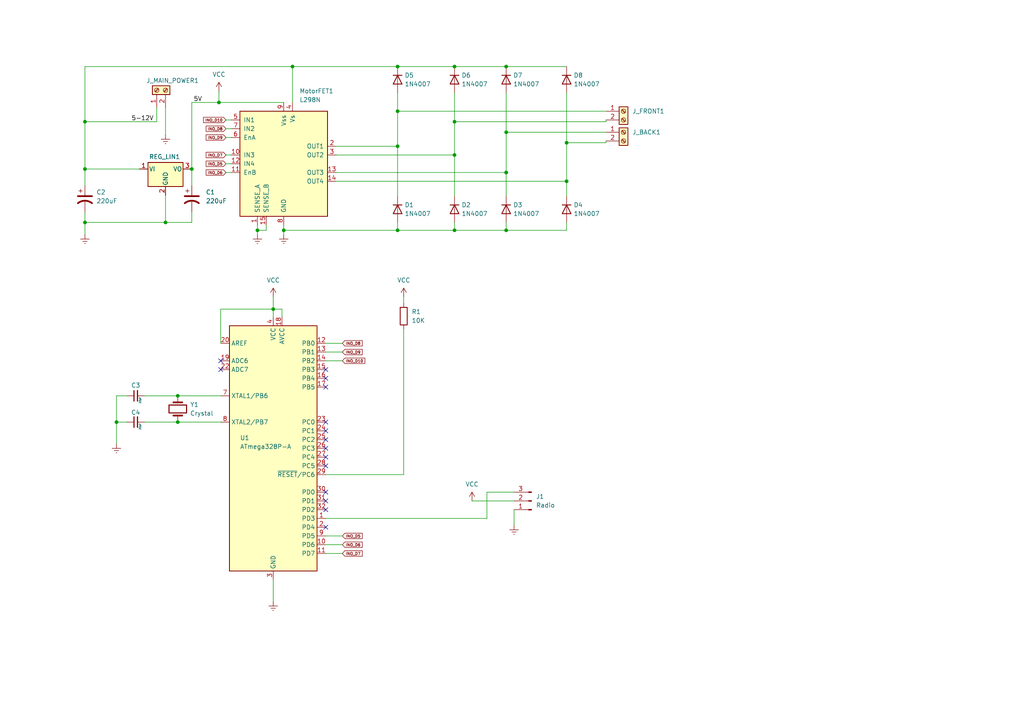
<source format=kicad_sch>
(kicad_sch (version 20211123) (generator eeschema)
  (paper "A4")
  (title_block (title "Jepp Radiocomandata") (date "2022-06-21") (rev "1.0.0") (comment 1 "Giovanni Rasera"))
  (lib_symbols
    (symbol "Connector:Conn_01x03_Male" (pin_names (offset 1.016) hide)
      (property "Reference" "J" (at 0 5.08 0))
      (property "Value" "Conn_01x03_Male" (at 0 -5.08 0))
      (symbol "Conn_01x03_Male_1_1"
        (polyline (pts (xy 1.27 -2.54) (xy 0.8636 -2.54)) (stroke (width 0.1524)))
        (polyline (pts (xy 1.27 0) (xy 0.8636 0)) (stroke (width 0.1524)))
        (polyline (pts (xy 1.27 2.54) (xy 0.8636 2.54)) (stroke (width 0.1524)))
        (rectangle (start 0.8636 -2.413) (end 0 -2.667) (stroke (width 0.1524)) (fill (type outline)))
        (rectangle (start 0.8636 0.127) (end 0 -0.127) (stroke (width 0.1524)) (fill (type outline)))
        (rectangle (start 0.8636 2.667) (end 0 2.413) (stroke (width 0.1524)) (fill (type outline)))
        (pin passive line (at 5.08 2.54 180) (length 3.81) (name "Pin_1") (number "1"))
        (pin passive line (at 5.08 0 180) (length 3.81) (name "Pin_2") (number "2"))
        (pin passive line (at 5.08 -2.54 180) (length 3.81) (name "Pin_3") (number "3"))
      )
    )
    (symbol "Connector:Screw_Terminal_01x02" (pin_names (offset 1.016) hide)
      (property "Reference" "J" (at 0 2.54 0))
      (property "Value" "Screw_Terminal_01x02" (at 0 -5.08 0))
      (symbol "Screw_Terminal_01x02_1_1"
        (rectangle (start -1.27 1.27) (end 1.27 -3.81) (stroke (width 0.254)) (fill (type background)))
        (circle (center 0 -2.54) (radius 0.635) (stroke (width 0.1524)))
        (polyline (pts (xy -0.5334 -2.2098) (xy 0.3302 -3.048)) (stroke (width 0.1524)))
        (polyline (pts (xy -0.5334 0.3302) (xy 0.3302 -0.508)) (stroke (width 0.1524)))
        (polyline (pts (xy -0.3556 -2.032) (xy 0.508 -2.8702)) (stroke (width 0.1524)))
        (polyline (pts (xy -0.3556 0.508) (xy 0.508 -0.3302)) (stroke (width 0.1524)))
        (circle (center 0 0) (radius 0.635) (stroke (width 0.1524)))
        (pin passive line (at -5.08 0 0) (length 3.81) (name "Pin_1") (number "1"))
        (pin passive line (at -5.08 -2.54 0) (length 3.81) (name "Pin_2") (number "2"))
      )
    )
    (symbol "Device:C_Polarized_US" (pin_numbers hide) (pin_names (offset 0.254) hide)
      (property "Reference" "C" (at 0.635 2.54 0))
      (property "Value" "C_Polarized_US" (at 0.635 -2.54 0))
      (symbol "C_Polarized_US_0_1"
        (polyline (pts (xy -2.032 0.762) (xy 2.032 0.762)) (stroke (width 0.508)))
        (polyline (pts (xy -1.778 2.286) (xy -0.762 2.286)))
        (polyline (pts (xy -1.27 1.778) (xy -1.27 2.794)))
        (arc (start 2.032 -1.27) (mid 0 -0.5572) (end -2.032 -1.27) (stroke (width 0.508)))
      )
      (symbol "C_Polarized_US_1_1"
        (pin passive line (at 0 3.81 270) (length 2.794) (name "~") (number "1"))
        (pin passive line (at 0 -3.81 90) (length 3.302) (name "~") (number "2"))
      )
    )
    (symbol "Device:C_Small" (pin_numbers hide) (pin_names (offset 0.254) hide)
      (property "Reference" "C" (at 0.254 1.778 0))
      (property "Value" "C_Small" (at 0.254 -2.032 0))
      (symbol "C_Small_0_1"
        (polyline (pts (xy -1.524 -0.508) (xy 1.524 -0.508)) (stroke (width 0.3302)))
        (polyline (pts (xy -1.524 0.508) (xy 1.524 0.508)) (stroke (width 0.3048)))
      )
      (symbol "C_Small_1_1"
        (pin passive line (at 0 2.54 270) (length 2.032) (name "~") (number "1"))
        (pin passive line (at 0 -2.54 90) (length 2.032) (name "~") (number "2"))
      )
    )
    (symbol "Device:Crystal" (pin_numbers hide) (pin_names (offset 1.016) hide)
      (property "Reference" "Y" (at 0 3.81 0))
      (property "Value" "Crystal" (at 0 -3.81 0))
      (symbol "Crystal_0_1"
        (rectangle (start -1.143 2.54) (end 1.143 -2.54) (stroke (width 0.3048)))
        (polyline (pts (xy -2.54 0) (xy -1.905 0)))
        (polyline (pts (xy -1.905 -1.27) (xy -1.905 1.27)) (stroke (width 0.508)))
        (polyline (pts (xy 1.905 -1.27) (xy 1.905 1.27)) (stroke (width 0.508)))
        (polyline (pts (xy 2.54 0) (xy 1.905 0)))
      )
      (symbol "Crystal_1_1"
        (pin passive line (at -3.81 0 0) (length 1.27) (name "1") (number "1"))
        (pin passive line (at 3.81 0 180) (length 1.27) (name "2") (number "2"))
      )
    )
    (symbol "Device:R" (pin_numbers hide) (pin_names (offset 0))
      (property "Reference" "R" (at 2.032 0 90))
      (property "Value" "R" (at 0 0 90))
      (symbol "R_0_1"
        (rectangle (start -1.016 -2.54) (end 1.016 2.54) (stroke (width 0.254)))
      )
      (symbol "R_1_1"
        (pin passive line (at 0 3.81 270) (length 1.27) (name "~") (number "1"))
        (pin passive line (at 0 -3.81 90) (length 1.27) (name "~") (number "2"))
      )
    )
    (symbol "Diode:1N4007" (pin_numbers hide) (pin_names (offset 1.016) hide)
      (property "Reference" "D" (at 0 2.54 0))
      (property "Value" "1N4007" (at 0 -2.54 0))
      (symbol "1N4007_0_1"
        (polyline (pts (xy -1.27 1.27) (xy -1.27 -1.27)) (stroke (width 0.254)))
        (polyline (pts (xy 1.27 0) (xy -1.27 0)))
        (polyline (pts (xy 1.27 1.27) (xy 1.27 -1.27) (xy -1.27 0) (xy 1.27 1.27)) (stroke (width 0.254)))
      )
      (symbol "1N4007_1_1"
        (pin passive line (at -3.81 0 0) (length 2.54) (name "K") (number "1"))
        (pin passive line (at 3.81 0 180) (length 2.54) (name "A") (number "2"))
      )
    )
    (symbol "Driver_Motor:L298N" (pin_names (offset 1.016))
      (property "Reference" "U" (at -10.16 16.51 0))
      (property "Value" "L298N" (at 12.7 16.51 0))
      (symbol "L298N_0_1"
        (rectangle (start -12.7 15.24) (end 12.7 -15.24) (stroke (width 0.254)) (fill (type background)))
      )
      (symbol "L298N_1_1"
        (pin power_in line (at -7.62 -17.78 90) (length 2.54) (name "SENSE_A") (number "1"))
        (pin input line (at -15.24 2.54 0) (length 2.54) (name "IN3") (number "10"))
        (pin input line (at -15.24 -2.54 0) (length 2.54) (name "EnB") (number "11"))
        (pin input line (at -15.24 0 0) (length 2.54) (name "IN4") (number "12"))
        (pin output line (at 15.24 -2.54 180) (length 2.54) (name "OUT3") (number "13"))
        (pin output line (at 15.24 -5.08 180) (length 2.54) (name "OUT4") (number "14"))
        (pin power_in line (at -5.08 -17.78 90) (length 2.54) (name "SENSE_B") (number "15"))
        (pin output line (at 15.24 5.08 180) (length 2.54) (name "OUT1") (number "2"))
        (pin output line (at 15.24 2.54 180) (length 2.54) (name "OUT2") (number "3"))
        (pin power_in line (at 2.54 17.78 270) (length 2.54) (name "Vs") (number "4"))
        (pin input line (at -15.24 12.7 0) (length 2.54) (name "IN1") (number "5"))
        (pin input line (at -15.24 7.62 0) (length 2.54) (name "EnA") (number "6"))
        (pin input line (at -15.24 10.16 0) (length 2.54) (name "IN2") (number "7"))
        (pin power_in line (at 0 -17.78 90) (length 2.54) (name "GND") (number "8"))
        (pin power_in line (at 0 17.78 270) (length 2.54) (name "Vss") (number "9"))
      )
    )
    (symbol "MCU_Microchip_ATmega:ATmega328P-A"
      (property "Reference" "U1" (at -9.652 3.048 0))
      (property "Value" "ATmega328P-A" (at -9.652 0.508 0))
      (symbol "ATmega328P-A_0_1"
        (rectangle (start -12.7 -35.56) (end 12.7 35.56) (stroke (width 0.254)) (fill (type background)))
      )
      (symbol "ATmega328P-A_1_1"
        (pin bidirectional line (at 15.24 -20.32 180) (length 2.54) (name "PD3") (number "1"))
        (pin bidirectional line (at 15.24 -27.94 180) (length 2.54) (name "PD6") (number "10"))
        (pin bidirectional line (at 15.24 -30.48 180) (length 2.54) (name "PD7") (number "11"))
        (pin bidirectional line (at 15.24 30.48 180) (length 2.54) (name "PB0") (number "12"))
        (pin bidirectional line (at 15.24 27.94 180) (length 2.54) (name "PB1") (number "13"))
        (pin bidirectional line (at 15.24 25.4 180) (length 2.54) (name "PB2") (number "14"))
        (pin bidirectional line (at 15.24 22.86 180) (length 2.54) (name "PB3") (number "15"))
        (pin bidirectional line (at 15.24 20.32 180) (length 2.54) (name "PB4") (number "16"))
        (pin bidirectional line (at 15.24 17.78 180) (length 2.54) (name "PB5") (number "17"))
        (pin power_in line (at 2.54 38.1 270) (length 2.54) (name "AVCC") (number "18"))
        (pin input line (at -15.24 25.4 0) (length 2.54) (name "ADC6") (number "19"))
        (pin bidirectional line (at 15.24 -22.86 180) (length 2.54) (name "PD4") (number "2"))
        (pin passive line (at -15.24 30.48 0) (length 2.54) (name "AREF") (number "20"))
        (pin passive line (at 0 -38.1 90) (length 2.54) hide (name "GND") (number "21"))
        (pin input line (at -15.24 22.86 0) (length 2.54) (name "ADC7") (number "22"))
        (pin bidirectional line (at 15.24 7.62 180) (length 2.54) (name "PC0") (number "23"))
        (pin bidirectional line (at 15.24 5.08 180) (length 2.54) (name "PC1") (number "24"))
        (pin bidirectional line (at 15.24 2.54 180) (length 2.54) (name "PC2") (number "25"))
        (pin bidirectional line (at 15.24 0 180) (length 2.54) (name "PC3") (number "26"))
        (pin bidirectional line (at 15.24 -2.54 180) (length 2.54) (name "PC4") (number "27"))
        (pin bidirectional line (at 15.24 -5.08 180) (length 2.54) (name "PC5") (number "28"))
        (pin bidirectional line (at 15.24 -7.62 180) (length 2.54) (name "~{RESET}/PC6") (number "29"))
        (pin power_in line (at 0 -38.1 90) (length 2.54) (name "GND") (number "3"))
        (pin bidirectional line (at 15.24 -12.7 180) (length 2.54) (name "PD0") (number "30"))
        (pin bidirectional line (at 15.24 -15.24 180) (length 2.54) (name "PD1") (number "31"))
        (pin bidirectional line (at 15.24 -17.78 180) (length 2.54) (name "PD2") (number "32"))
        (pin power_in line (at 0 38.1 270) (length 2.54) (name "VCC") (number "4"))
        (pin passive line (at 0 -38.1 90) (length 2.54) hide (name "GND") (number "5"))
        (pin passive line (at 0 38.1 270) (length 2.54) hide (name "VCC") (number "6"))
        (pin bidirectional line (at -15.24 15.24 0) (length 2.54) (name "XTAL1/PB6") (number "7"))
        (pin bidirectional line (at -15.24 7.62 0) (length 2.54) (name "XTAL2/PB7") (number "8"))
        (pin bidirectional line (at 15.24 -25.4 180) (length 2.54) (name "PD5") (number "9"))
      )
    )
    (symbol "Regulator_Linear:KA78M05_TO252" (pin_names (offset 0.254))
      (property "Reference" "U" (at -3.81 3.175 0))
      (property "Value" "KA78M05_TO252" (at 0 3.175 0))
      (symbol "KA78M05_TO252_0_1"
        (rectangle (start -5.08 1.905) (end 5.08 -5.08) (stroke (width 0.254)) (fill (type background)))
      )
      (symbol "KA78M05_TO252_1_1"
        (pin power_in line (at -7.62 0 0) (length 2.54) (name "VI") (number "1"))
        (pin power_in line (at 0 -7.62 90) (length 2.54) (name "GND") (number "2"))
        (pin power_out line (at 7.62 0 180) (length 2.54) (name "VO") (number "3"))
      )
    )
    (symbol "power:Earth" (power) (pin_names (offset 0))
      (symbol "Earth_0_1"
        (polyline (pts (xy -0.635 -1.905) (xy 0.635 -1.905)))
        (polyline (pts (xy -0.127 -2.54) (xy 0.127 -2.54)))
        (polyline (pts (xy 0 -1.27) (xy 0 0)))
        (polyline (pts (xy 1.27 -1.27) (xy -1.27 -1.27)))
      )
      (symbol "Earth_1_1"
        (pin power_in line (at 0 0 270) (length 0) hide (name "Earth") (number "1"))
      )
    )
    (symbol "power:VCC" (power) (pin_names (offset 0))
      (property "Value" "VCC" (at 0 3.81 0))
      (symbol "VCC_0_1"
        (polyline (pts (xy -0.762 1.27) (xy 0 2.54)))
        (polyline (pts (xy 0 0) (xy 0 2.54)))
        (polyline (pts (xy 0 2.54) (xy 0.762 1.27)))
      )
      (symbol "VCC_1_1"
        (pin power_in line (at 0 0 90) (length 0) hide (name "VCC") (number "1"))
      )
    )
  )
  (junction (at 131.826 19.304))
  (junction (at 146.812 19.304))
  (junction (at 24.638 49.022))
  (junction (at 115.316 66.802))
  (junction (at 146.812 50.038))
  (junction (at 79.248 89.662))
  (junction (at 131.826 35.306))
  (junction (at 51.562 122.428))
  (junction (at 146.812 66.802))
  (junction (at 146.812 38.354))
  (junction (at 74.676 66.802))
  (junction (at 51.562 114.808))
  (junction (at 115.316 42.418))
  (junction (at 63.5 29.718))
  (junction (at 82.296 66.802))
  (junction (at 131.826 44.958))
  (junction (at 24.638 64.516))
  (junction (at 48.006 64.516))
  (junction (at 131.826 66.802))
  (junction (at 164.338 52.578))
  (junction (at 55.626 49.022))
  (junction (at 115.316 19.304))
  (junction (at 115.316 32.258))
  (junction (at 33.782 122.428))
  (junction (at 24.638 35.306))
  (junction (at 84.836 19.304))
  (junction (at 164.338 41.402))
  (no_connect (at 94.488 107.188))
  (no_connect (at 64.008 104.648))
  (no_connect (at 64.008 107.188))
  (no_connect (at 94.488 147.828))
  (no_connect (at 94.488 152.908))
  (no_connect (at 94.488 142.748))
  (no_connect (at 94.488 145.288))
  (no_connect (at 94.488 122.428))
  (no_connect (at 94.488 135.128))
  (no_connect (at 94.488 124.968))
  (no_connect (at 94.488 127.508))
  (no_connect (at 94.488 132.588))
  (no_connect (at 94.488 130.048))
  (no_connect (at 94.488 109.728))
  (no_connect (at 94.488 112.268))
  (wire (pts (xy 65.532 44.958) (xy 67.056 44.958)))
  (wire (pts (xy 131.826 26.924) (xy 131.826 35.306)))
  (wire (pts (xy 41.91 122.428) (xy 51.562 122.428)))
  (wire (pts (xy 82.296 29.718) (xy 63.5 29.718)))
  (wire (pts (xy 77.216 66.802) (xy 74.676 66.802)))
  (wire (pts (xy 149.098 147.828) (xy 149.098 152.4)))
  (wire (pts (xy 74.676 66.802) (xy 74.676 68.072)))
  (wire (pts (xy 48.006 31.242) (xy 48.006 39.116)))
  (wire (pts (xy 48.006 56.642) (xy 48.006 64.516)))
  (wire (pts (xy 115.316 32.258) (xy 175.768 32.258)))
  (wire (pts (xy 164.338 52.578) (xy 164.338 56.896)))
  (wire (pts (xy 131.826 44.958) (xy 131.826 35.306)))
  (wire (pts (xy 77.216 65.278) (xy 77.216 66.802)))
  (wire (pts (xy 74.676 65.278) (xy 74.676 66.802)))
  (wire (pts (xy 115.316 26.924) (xy 115.316 32.258)))
  (wire (pts (xy 55.626 49.022) (xy 55.626 53.848)))
  (wire (pts (xy 24.638 49.022) (xy 40.386 49.022)))
  (wire (pts (xy 146.812 66.802) (xy 164.338 66.802)))
  (wire (pts (xy 131.826 44.958) (xy 131.826 56.896)))
  (wire (pts (xy 24.638 49.022) (xy 24.638 35.306)))
  (wire (pts (xy 55.626 29.718) (xy 55.626 49.022)))
  (wire (pts (xy 81.788 91.948) (xy 81.788 89.662)))
  (wire (pts (xy 117.094 137.668) (xy 94.488 137.668)))
  (wire (pts (xy 41.91 114.808) (xy 51.562 114.808)))
  (wire (pts (xy 164.338 64.516) (xy 164.338 66.802)))
  (wire (pts (xy 164.338 41.402) (xy 164.338 52.578)))
  (wire (pts (xy 131.826 19.304) (xy 146.812 19.304)))
  (wire (pts (xy 146.812 50.038) (xy 146.812 38.354)))
  (wire (pts (xy 24.638 35.306) (xy 45.466 35.306)))
  (wire (pts (xy 79.248 86.106) (xy 79.248 89.662)))
  (wire (pts (xy 94.488 155.448) (xy 99.314 155.448)))
  (wire (pts (xy 63.5 26.416) (xy 63.5 29.718)))
  (wire (pts (xy 24.638 35.306) (xy 24.638 19.304)))
  (wire (pts (xy 63.5 29.718) (xy 55.626 29.718)))
  (wire (pts (xy 175.768 35.306) (xy 175.768 34.798)))
  (wire (pts (xy 65.532 39.878) (xy 67.056 39.878)))
  (wire (pts (xy 131.826 66.802) (xy 146.812 66.802)))
  (wire (pts (xy 45.466 31.242) (xy 45.466 35.306)))
  (wire (pts (xy 51.562 114.808) (xy 64.008 114.808)))
  (wire (pts (xy 136.906 145.288) (xy 149.098 145.288)))
  (wire (pts (xy 115.316 42.418) (xy 115.316 56.896)))
  (wire (pts (xy 65.532 34.798) (xy 67.056 34.798)))
  (wire (pts (xy 65.532 47.498) (xy 67.056 47.498)))
  (wire (pts (xy 115.316 64.516) (xy 115.316 66.802)))
  (wire (pts (xy 24.638 53.848) (xy 24.638 49.022)))
  (wire (pts (xy 82.296 65.278) (xy 82.296 66.802)))
  (wire (pts (xy 81.788 89.662) (xy 79.248 89.662)))
  (wire (pts (xy 97.536 50.038) (xy 146.812 50.038)))
  (wire (pts (xy 94.488 160.528) (xy 99.314 160.528)))
  (wire (pts (xy 146.812 50.038) (xy 146.812 56.896)))
  (wire (pts (xy 94.488 99.568) (xy 99.314 99.568)))
  (wire (pts (xy 64.008 89.662) (xy 79.248 89.662)))
  (wire (pts (xy 94.488 104.648) (xy 99.314 104.648)))
  (wire (pts (xy 24.638 61.468) (xy 24.638 64.516)))
  (wire (pts (xy 117.094 86.106) (xy 117.094 87.884)))
  (wire (pts (xy 51.562 122.428) (xy 64.008 122.428)))
  (wire (pts (xy 94.488 150.368) (xy 141.224 150.368)))
  (wire (pts (xy 33.782 114.808) (xy 33.782 122.428)))
  (wire (pts (xy 146.812 38.354) (xy 175.768 38.354)))
  (wire (pts (xy 36.83 114.808) (xy 33.782 114.808)))
  (wire (pts (xy 131.826 35.306) (xy 175.768 35.306)))
  (wire (pts (xy 115.316 42.418) (xy 115.316 32.258)))
  (wire (pts (xy 97.536 44.958) (xy 131.826 44.958)))
  (wire (pts (xy 146.812 26.924) (xy 146.812 38.354)))
  (wire (pts (xy 131.826 64.516) (xy 131.826 66.802)))
  (wire (pts (xy 94.488 102.108) (xy 99.314 102.108)))
  (wire (pts (xy 55.626 64.516) (xy 48.006 64.516)))
  (wire (pts (xy 117.094 95.504) (xy 117.094 137.668)))
  (wire (pts (xy 82.296 66.802) (xy 82.296 68.072)))
  (wire (pts (xy 175.768 41.402) (xy 175.768 40.894)))
  (wire (pts (xy 65.532 37.338) (xy 67.056 37.338)))
  (wire (pts (xy 141.224 142.748) (xy 149.098 142.748)))
  (wire (pts (xy 79.248 89.662) (xy 79.248 91.948)))
  (wire (pts (xy 146.812 64.516) (xy 146.812 66.802)))
  (wire (pts (xy 33.782 122.428) (xy 33.782 128.778)))
  (wire (pts (xy 164.338 26.924) (xy 164.338 41.402)))
  (wire (pts (xy 33.782 122.428) (xy 36.83 122.428)))
  (wire (pts (xy 146.812 19.304) (xy 164.338 19.304)))
  (wire (pts (xy 24.638 64.516) (xy 48.006 64.516)))
  (wire (pts (xy 97.536 42.418) (xy 115.316 42.418)))
  (wire (pts (xy 65.532 50.038) (xy 67.056 50.038)))
  (wire (pts (xy 115.316 19.304) (xy 84.836 19.304)))
  (wire (pts (xy 55.626 61.468) (xy 55.626 64.516)))
  (wire (pts (xy 79.248 168.148) (xy 79.248 174.498)))
  (wire (pts (xy 84.836 19.304) (xy 84.836 29.718)))
  (wire (pts (xy 115.316 19.304) (xy 131.826 19.304)))
  (wire (pts (xy 82.296 66.802) (xy 115.316 66.802)))
  (wire (pts (xy 64.008 99.568) (xy 64.008 89.662)))
  (wire (pts (xy 97.536 52.578) (xy 164.338 52.578)))
  (wire (pts (xy 94.488 157.988) (xy 99.314 157.988)))
  (wire (pts (xy 115.316 66.802) (xy 131.826 66.802)))
  (wire (pts (xy 141.224 142.748) (xy 141.224 150.368)))
  (wire (pts (xy 24.638 64.516) (xy 24.638 68.072)))
  (wire (pts (xy 24.638 19.304) (xy 84.836 19.304)))
  (wire (pts (xy 164.338 41.402) (xy 175.768 41.402)))
  (label "5V" (at 56.134 29.718 0))
  (label "5-12V" (at 38.1 35.306 0))
  (global_label "INO_D10" (shape input) (at 65.532 34.798 180) (effects (font (size 0.8 0.8))) (property "Intersheet References" "${INTERSHEET_REFS}" (effects hide)))
  (global_label "INO_D6" (shape input) (at 65.532 50.038 180) (effects (font (size 0.8 0.8))) (property "Intersheet References" "${INTERSHEET_REFS}" (effects hide)))
  (global_label "INO_D8" (shape input) (at 99.314 99.568 0) (effects (font (size 0.8 0.8))) (property "Intersheet References" "${INTERSHEET_REFS}" (effects hide)))
  (global_label "INO_D7" (shape input) (at 99.314 160.528 0) (effects (font (size 0.8 0.8))) (property "Intersheet References" "${INTERSHEET_REFS}" (effects hide)))
  (global_label "INO_D7" (shape input) (at 65.532 44.958 180) (effects (font (size 0.8 0.8))) (property "Intersheet References" "${INTERSHEET_REFS}" (effects hide)))
  (global_label "INO_D6" (shape input) (at 99.314 157.988 0) (effects (font (size 0.8 0.8))) (property "Intersheet References" "${INTERSHEET_REFS}" (effects hide)))
  (global_label "INO_D5" (shape input) (at 99.314 155.448 0) (effects (font (size 0.8 0.8))) (property "Intersheet References" "${INTERSHEET_REFS}" (effects hide)))
  (global_label "INO_D5" (shape input) (at 65.532 47.498 180) (effects (font (size 0.8 0.8))) (property "Intersheet References" "${INTERSHEET_REFS}" (effects hide)))
  (global_label "INO_D10" (shape input) (at 99.314 104.648 0) (effects (font (size 0.8 0.8))) (property "Intersheet References" "${INTERSHEET_REFS}" (effects hide)))
  (global_label "INO_D9" (shape input) (at 65.532 39.878 180) (effects (font (size 0.8 0.8))) (property "Intersheet References" "${INTERSHEET_REFS}" (effects hide)))
  (global_label "INO_D8" (shape input) (at 65.532 37.338 180) (effects (font (size 0.8 0.8))) (property "Intersheet References" "${INTERSHEET_REFS}" (effects hide)))
  (global_label "INO_D9" (shape input) (at 99.314 102.108 0) (effects (font (size 0.8 0.8))) (property "Intersheet References" "${INTERSHEET_REFS}" (effects hide)))
  (symbol (lib_id "Device:C_Polarized_US") (at 24.638 57.658 0) (unit 1)
    (property "Reference" "C2" (at 27.94 55.7529 0) (effects (justify left)))
    (property "Value" "220uF" (at 27.94 58.2929 0) (effects (justify left)))
    (property "Footprint" "Capacitor_SMD:C_Elec_4x5.8" (effects hide))
  )
  (symbol (lib_id "Device:C_Small") (at 39.37 122.428 90) (unit 1)
    (property "Reference" "C4" (at 39.37 119.634 90))
    (property "Value" "22pF" (at 40.64 123.698 0) (effects (font (size 0.5 0.5))))
    (property "Footprint" "Capacitor_Tantalum_SMD:CP_EIA-1608-10_AVX-L_Pad1.25x1.05mm_HandSolder" (effects hide))
  )
  (symbol (lib_id "Connector:Screw_Terminal_01x02") (at 180.848 38.354 0) (unit 1)
    (property "Reference" "J_BACK1" (at 183.388 38.3539 0) (effects (justify left)))
    (property "Value" "Screw_Terminal_01x02" (effects hide))
    (property "Footprint" "TerminalBlock_Phoenix:TerminalBlock_Phoenix_MKDS-1,5-2-5.08_1x02_P5.08mm_Horizontal" (effects hide))
  )
  (symbol (lib_id "Diode:1N4007") (at 115.316 23.114 270) (unit 1)
    (property "Reference" "D5" (at 117.348 21.8439 90) (effects (justify left)))
    (property "Value" "1N4007" (at 117.348 24.3839 90) (effects (justify left)))
    (property "Footprint" "Diode_SMD:D_MicroMELF_Handsoldering" (effects hide))
    (property "Datasheet" "http://www.vishay.com/docs/88503/1n4001.pdf" (effects hide))
  )
  (symbol (lib_id "Diode:1N4007") (at 146.812 23.114 270) (unit 1)
    (property "Reference" "D7" (at 148.844 21.8439 90) (effects (justify left)))
    (property "Value" "1N4007" (at 148.844 24.3839 90) (effects (justify left)))
    (property "Footprint" "Diode_SMD:D_MicroMELF_Handsoldering" (effects hide))
    (property "Datasheet" "http://www.vishay.com/docs/88503/1n4001.pdf" (effects hide))
  )
  (symbol (lib_id "power:Earth") (at 82.296 68.072 0) (unit 1)
    (property "Reference" "#PWR02" (effects hide))
    (property "Value" "Earth" (effects hide))
  )
  (symbol (lib_id "Connector:Screw_Terminal_01x02") (at 45.466 26.162 90) (unit 1)
    (property "Reference" "J_MAIN_POWER1" (at 42.418 23.368 90) (effects (justify right)))
    (property "Value" "Screw_Terminal_01x02" (effects hide))
    (property "Footprint" "TerminalBlock_Phoenix:TerminalBlock_Phoenix_MKDS-1,5-2-5.08_1x02_P5.08mm_Horizontal" (effects hide))
  )
  (symbol (lib_id "power:Earth") (at 33.782 128.778 0) (unit 1)
    (property "Reference" "#PWR06" (effects hide))
    (property "Value" "Earth" (effects hide))
  )
  (symbol (lib_id "power:VCC") (at 63.5 26.416 0) (unit 1)
    (property "Reference" "#PWR0103" (effects hide))
    (property "Value" "VCC" (at 63.5 21.59 0))
  )
  (symbol (lib_id "Device:Crystal") (at 51.562 118.618 90) (unit 1)
    (property "Reference" "Y1" (at 55.118 117.3479 90) (effects (justify right)))
    (property "Value" "Crystal" (at 55.118 119.8879 90) (effects (justify right)))
    (property "Footprint" "Crystal:Crystal_SMD_0603-2Pin_6.0x3.5mm" (effects hide))
  )
  (symbol (lib_id "power:Earth") (at 79.248 174.498 0) (unit 1)
    (property "Reference" "#PWR04" (effects hide))
    (property "Value" "Earth" (effects hide))
  )
  (symbol (lib_id "Driver_Motor:L298N") (at 82.296 47.498 0) (unit 1)
    (property "Reference" "MotorFET1" (at 86.8554 26.416 0) (effects (justify left)))
    (property "Value" "L298N" (at 86.8554 28.956 0) (effects (justify left)))
    (property "Footprint" "Package_TO_SOT_THT:TO-220-15_P2.54x2.54mm_StaggerOdd_Lead4.58mm_Vertical" (effects hide))
    (property "Datasheet" "http://www.st.com/st-web-ui/static/active/en/resource/technical/document/datasheet/CD00000240.pdf" (effects hide))
  )
  (symbol (lib_id "Diode:1N4007") (at 164.338 60.706 270) (unit 1)
    (property "Reference" "D4" (at 166.37 59.4359 90) (effects (justify left)))
    (property "Value" "1N4007" (at 166.37 61.9759 90) (effects (justify left)))
    (property "Footprint" "Diode_SMD:D_MicroMELF_Handsoldering" (effects hide))
    (property "Datasheet" "http://www.vishay.com/docs/88503/1n4001.pdf" (effects hide))
  )
  (symbol (lib_id "Device:C_Small") (at 39.37 114.808 90) (unit 1)
    (property "Reference" "C3" (at 39.37 111.76 90))
    (property "Value" "22pF" (at 40.64 116.078 0) (effects (font (size 0.5 0.5))))
    (property "Footprint" "Capacitor_Tantalum_SMD:CP_EIA-1608-10_AVX-L_Pad1.25x1.05mm_HandSolder" (effects hide))
  )
  (symbol (lib_id "power:Earth") (at 74.676 68.072 0) (unit 1)
    (property "Reference" "#PWR01" (effects hide))
    (property "Value" "Earth" (effects hide))
  )
  (symbol (lib_id "Diode:1N4007") (at 164.338 23.114 270) (unit 1)
    (property "Reference" "D8" (at 166.37 21.8439 90) (effects (justify left)))
    (property "Value" "1N4007" (at 166.37 24.3839 90) (effects (justify left)))
    (property "Footprint" "Diode_SMD:D_MicroMELF_Handsoldering" (effects hide))
    (property "Datasheet" "http://www.vishay.com/docs/88503/1n4001.pdf" (effects hide))
  )
  (symbol (lib_id "power:Earth") (at 149.098 152.4 0) (unit 1)
    (property "Reference" "#PWR05" (effects hide))
    (property "Value" "Earth" (effects hide))
  )
  (symbol (lib_id "power:Earth") (at 48.006 39.116 0) (unit 1)
    (property "Reference" "#PWR03" (effects hide))
    (property "Value" "Earth" (effects hide))
  )
  (symbol (lib_id "power:VCC") (at 79.248 86.106 0) (unit 1)
    (property "Reference" "#PWR0104" (effects hide))
    (property "Value" "VCC" (at 79.248 81.28 0))
  )
  (symbol (lib_id "Connector:Screw_Terminal_01x02") (at 180.848 32.258 0) (unit 1)
    (property "Reference" "J_FRONT1" (at 183.388 32.2579 0) (effects (justify left)))
    (property "Value" "Screw_Terminal_01x02" (effects hide))
    (property "Footprint" "TerminalBlock_Phoenix:TerminalBlock_Phoenix_MKDS-1,5-2-5.08_1x02_P5.08mm_Horizontal" (effects hide))
  )
  (symbol (lib_id "Diode:1N4007") (at 115.316 60.706 270) (unit 1)
    (property "Reference" "D1" (at 117.348 59.4359 90) (effects (justify left)))
    (property "Value" "1N4007" (at 117.348 61.9759 90) (effects (justify left)))
    (property "Footprint" "Diode_SMD:D_MicroMELF_Handsoldering" (effects hide))
    (property "Datasheet" "http://www.vishay.com/docs/88503/1n4001.pdf" (effects hide))
  )
  (symbol (lib_id "Connector:Conn_01x03_Male") (at 154.178 145.288 180) (unit 1)
    (property "Reference" "J1" (at 155.448 144.0179 0) (effects (justify right)))
    (property "Value" "Radio" (at 155.448 146.5579 0) (effects (justify right)))
    (property "Footprint" "Connector_PinHeader_1.00mm:PinHeader_1x03_P1.00mm_Vertical" (effects hide))
  )
  (symbol (lib_id "MCU_Microchip_ATmega:ATmega328P-A") (at 79.248 130.048 0) (unit 1)
    (property "Reference" "U1" (at 69.596 127 0) (effects (justify left)))
    (property "Value" "ATmega328P-A" (at 69.596 129.54 0) (effects (justify left)))
    (property "Footprint" "Package_QFP:TQFP-32_7x7mm_P0.8mm" (effects hide))
    (property "Datasheet" "http://ww1.microchip.com/downloads/en/DeviceDoc/ATmega328_P%20AVR%20MCU%20with%20picoPower%20Technology%20Data%20Sheet%2040001984A.pdf" (effects hide))
  )
  (symbol (lib_id "Device:C_Polarized_US") (at 55.626 57.658 0) (unit 1)
    (property "Reference" "C1" (at 59.69 55.7529 0) (effects (justify left)))
    (property "Value" "220uF" (at 59.69 58.2929 0) (effects (justify left)))
    (property "Footprint" "Capacitor_SMD:C_Elec_4x5.8" (effects hide))
  )
  (symbol (lib_id "Diode:1N4007") (at 146.812 60.706 270) (unit 1)
    (property "Reference" "D3" (at 148.844 59.4359 90) (effects (justify left)))
    (property "Value" "1N4007" (at 148.844 61.9759 90) (effects (justify left)))
    (property "Footprint" "Diode_SMD:D_MicroMELF_Handsoldering" (effects hide))
    (property "Datasheet" "http://www.vishay.com/docs/88503/1n4001.pdf" (effects hide))
  )
  (symbol (lib_id "power:Earth") (at 24.638 68.072 0) (unit 1)
    (property "Reference" "#PWR0101" (effects hide))
    (property "Value" "Earth" (effects hide))
  )
  (symbol (lib_id "power:VCC") (at 117.094 86.106 0) (unit 1)
    (property "Reference" "#PWR0102" (effects hide))
    (property "Value" "VCC" (at 117.094 81.28 0))
  )
  (symbol (lib_id "power:VCC") (at 136.906 145.288 0) (unit 1)
    (property "Reference" "#PWR07" (effects hide))
    (property "Value" "VCC" (at 136.906 140.462 0))
  )
  (symbol (lib_id "Diode:1N4007") (at 131.826 23.114 270) (unit 1)
    (property "Reference" "D6" (at 133.858 21.8439 90) (effects (justify left)))
    (property "Value" "1N4007" (at 133.858 24.3839 90) (effects (justify left)))
    (property "Footprint" "Diode_SMD:D_MicroMELF_Handsoldering" (effects hide))
    (property "Datasheet" "http://www.vishay.com/docs/88503/1n4001.pdf" (effects hide))
  )
  (symbol (lib_id "Regulator_Linear:KA78M05_TO252") (at 48.006 49.022 0) (unit 1)
    (property "Reference" "REG_LIN1" (at 47.752 45.466 0))
    (property "Value" "KA78M05_TO252" (effects hide))
    (property "Footprint" "Package_TO_SOT_SMD:TO-252-2" (effects hide))
    (property "Datasheet" "https://www.onsemi.com/pub/Collateral/MC78M00-D.PDF" (effects hide))
  )
  (symbol (lib_id "Diode:1N4007") (at 131.826 60.706 270) (unit 1)
    (property "Reference" "D2" (at 133.858 59.4359 90) (effects (justify left)))
    (property "Value" "1N4007" (at 133.858 61.9759 90) (effects (justify left)))
    (property "Footprint" "Diode_SMD:D_MicroMELF_Handsoldering" (effects hide))
    (property "Datasheet" "http://www.vishay.com/docs/88503/1n4001.pdf" (effects hide))
  )
  (symbol (lib_id "Device:R") (at 117.094 91.694 0) (unit 1)
    (property "Reference" "R1" (at 119.38 90.4239 0) (effects (justify left)))
    (property "Value" "10K" (at 119.38 92.9639 0) (effects (justify left)))
    (property "Footprint" "Resistor_SMD:R_0402_1005Metric" (effects hide))
  )
)
</source>
